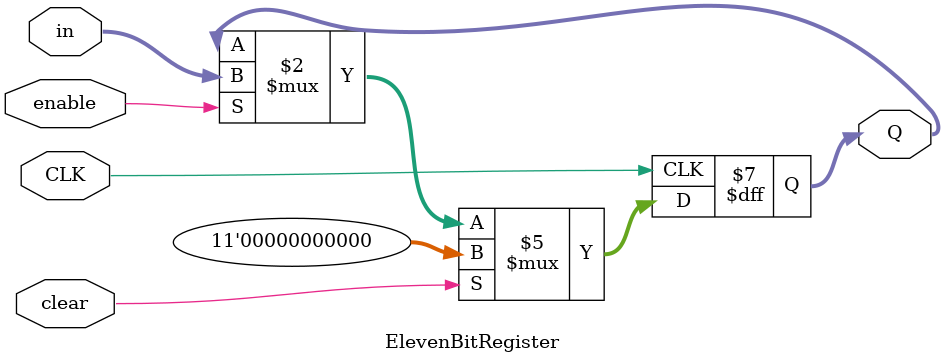
<source format=v>
module ElevenBitRegister (
 input [10:0] in,
 input enable,
 input clear,
 input CLK,
 output reg [10:0] Q
);

wire [10:0] out;
/*
FlipFlop a(.D(in[0] & enable), .CLK(CLK), .Q(out[0]));
FlipFlop b(.D(in[1] & enable), .CLK(CLK), .Q(out[1]));
FlipFlop c(.D(in[2] & enable), .CLK(CLK), .Q(out[2]));
FlipFlop d(.D(in[3] & enable), .CLK(CLK), .Q(out[3]));
FlipFlop e(.D(in[4] & enable), .CLK(CLK), .Q(out[4]));
FlipFlop f(.D(in[5] & enable), .CLK(CLK), .Q(out[5]));
FlipFlop g(.D(in[6] & enable), .CLK(CLK), .Q(out[6]));
FlipFlop h(.D(in[7] & enable), .CLK(CLK), .Q(out[7]));
FlipFlop i(.D(in[8] & enable), .CLK(CLK), .Q(out[8]));
FlipFlop j(.D(in[9] & enable), .CLK(CLK), .Q(out[9]));
FlipFlop k(.D(in[10] & enable), .CLK(CLK), .Q(out[10]));
*/
always @(posedge CLK) begin
 if (clear)
  Q <= 11'b0;
 else if (enable)
  Q <= in;
end
endmodule

</source>
